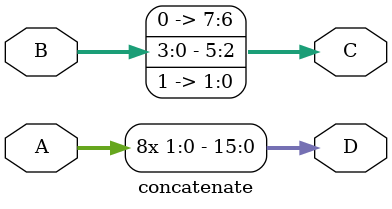
<source format=v>
module concatenate(A,B,C,D);

    //declaring the inpus
    input [1:0] A;
    input [3:0] B;

    //declaring the outputs
    output [7:0] C;
    output [15:0] D;


    //interim signals 

    // module initiation

    //design Logic

    // C = concatenate (2'b00, A, 2'b11) ===> MEANS that we add first value 2'b00 from our end and "B" as given as an input and 2'b11,so we want to concatenate the in value as i provided in testbench in stimulas

    assign C = {2'b00, B, 2'b11};

    //D = concatenate {A * 8} using the REPLICATION method
    assign D = {8{A}};


endmodule
</source>
